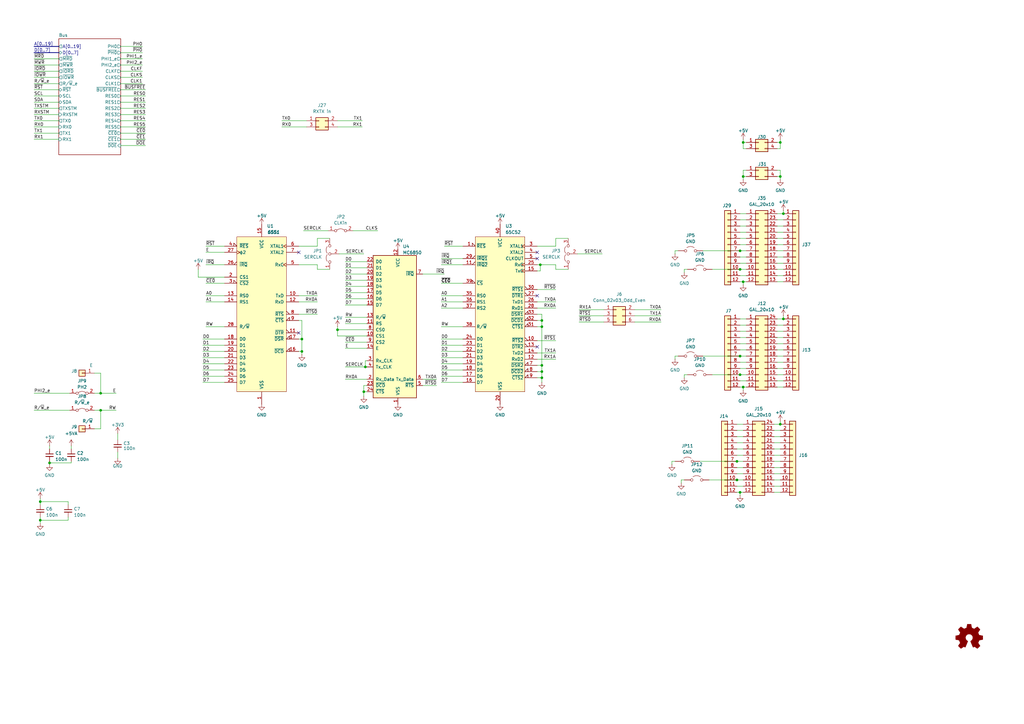
<source format=kicad_sch>
(kicad_sch (version 20231120) (generator "eeschema") (generator_version "8.0")
  (paper "A3")
  (title_block (title "Unicomp v3 - MOS Serial Board") (date "2024-10-05") (rev "v1.0") (company "100% Offner") (comment 1 "v1.0: Initial"))
  (junction (at 302.26 189.23))
  (junction (at 41.275 168.275))
  (junction (at 304.8 72.39))
  (junction (at 16.51 213.36))
  (junction (at 123.825 144.145))
  (junction (at 320.04 58.42))
  (junction (at 222.25 152.4))
  (junction (at 149.225 160.655))
  (junction (at 303.53 110.49))
  (junction (at 41.275 161.29))
  (junction (at 303.53 201.93))
  (junction (at 149.86 150.495))
  (junction (at 303.53 102.87))
  (junction (at 221.615 108.585))
  (junction (at 304.8 158.75))
  (junction (at 222.25 154.94))
  (junction (at 304.8 58.42))
  (junction (at 16.51 205.74))
  (junction (at 138.43 135.255))
  (junction (at 222.25 131.445))
  (junction (at 222.25 149.86))
  (junction (at 123.825 139.065))
  (junction (at 303.53 153.67))
  (junction (at 320.04 72.39))
  (junction (at 321.31 87.63))
  (junction (at 20.32 189.865))
  (junction (at 304.8 115.57))
  (junction (at 303.53 146.05))
  (junction (at 302.26 196.85))
  (junction (at 321.31 130.81))
  (junction (at 320.04 173.99))
  (junction (at 222.25 133.985))
  (no_connect (at 122.555 103.505))
  (no_connect (at 220.345 121.285))
  (no_connect (at 220.345 142.24))
  (no_connect (at 220.345 103.505))
  (no_connect (at 122.555 136.525))
  (no_connect (at 220.345 106.045))
  (wire (pts (xy 320.04 191.77) (xy 317.5 191.77)))
  (wire (pts (xy 292.1 153.67) (xy 303.53 153.67)))
  (wire (pts (xy 303.53 102.87) (xy 306.07 102.87)))
  (wire (pts (xy 141.605 132.715) (xy 150.495 132.715)))
  (wire (pts (xy 303.53 92.71) (xy 306.07 92.71)))
  (wire (pts (xy 13.97 39.37) (xy 24.13 39.37)))
  (wire (pts (xy 227.965 108.585) (xy 227.965 110.49)))
  (wire (pts (xy 13.97 31.75) (xy 24.13 31.75)))
  (wire (pts (xy 149.225 158.115) (xy 150.495 158.115)))
  (wire (pts (xy 320.04 58.42) (xy 320.04 60.96)))
  (wire (pts (xy 304.8 58.42) (xy 306.07 58.42)))
  (wire (pts (xy 233.045 97.79) (xy 227.965 97.79)))
  (wire (pts (xy 321.31 135.89) (xy 318.77 135.89)))
  (wire (pts (xy 13.97 41.91) (xy 24.13 41.91)))
  (wire (pts (xy 141.605 117.475) (xy 150.495 117.475)))
  (wire (pts (xy 321.31 138.43) (xy 318.77 138.43)))
  (wire (pts (xy 303.53 146.05) (xy 306.07 146.05)))
  (wire (pts (xy 135.255 97.79) (xy 130.175 97.79)))
  (wire (pts (xy 237.49 132.08) (xy 247.65 132.08)))
  (wire (pts (xy 150.495 147.955) (xy 149.86 147.955)))
  (wire (pts (xy 222.25 156.845) (xy 222.25 154.94)))
  (wire (pts (xy 49.53 34.29) (xy 58.42 34.29)))
  (wire (pts (xy 83.185 139.065) (xy 92.075 139.065)))
  (wire (pts (xy 276.86 102.87) (xy 278.13 102.87)))
  (wire (pts (xy 83.185 141.605) (xy 92.075 141.605)))
  (wire (pts (xy 303.53 105.41) (xy 306.07 105.41)))
  (wire (pts (xy 144.78 94.615) (xy 154.94 94.615)))
  (wire (pts (xy 130.175 97.79) (xy 130.175 100.965)))
  (wire (pts (xy 302.26 176.53) (xy 304.8 176.53)))
  (wire (pts (xy 83.185 146.685) (xy 92.075 146.685)))
  (wire (pts (xy 122.555 139.065) (xy 123.825 139.065)))
  (wire (pts (xy 321.31 158.75) (xy 318.77 158.75)))
  (wire (pts (xy 20.32 190.5) (xy 20.32 189.865)))
  (wire (pts (xy 280.67 153.67) (xy 281.94 153.67)))
  (wire (pts (xy 222.25 154.94) (xy 220.345 154.94)))
  (wire (pts (xy 20.32 189.865) (xy 29.21 189.865)))
  (wire (pts (xy 180.975 139.065) (xy 189.865 139.065)))
  (wire (pts (xy 304.8 158.75) (xy 306.07 158.75)))
  (wire (pts (xy 320.04 181.61) (xy 317.5 181.61)))
  (wire (pts (xy 141.605 107.315) (xy 150.495 107.315)))
  (wire (pts (xy 321.31 129.54) (xy 321.31 130.81)))
  (wire (pts (xy 138.43 137.795) (xy 150.495 137.795)))
  (wire (pts (xy 303.53 138.43) (xy 306.07 138.43)))
  (wire (pts (xy 275.59 190.5) (xy 275.59 189.23)))
  (wire (pts (xy 320.04 60.96) (xy 318.77 60.96)))
  (wire (pts (xy 41.275 175.895) (xy 41.275 168.275)))
  (wire (pts (xy 303.53 158.75) (xy 304.8 158.75)))
  (wire (pts (xy 141.605 120.015) (xy 150.495 120.015)))
  (wire (pts (xy 302.26 194.31) (xy 304.8 194.31)))
  (wire (pts (xy 320.04 201.93) (xy 317.5 201.93)))
  (wire (pts (xy 122.555 121.285) (xy 130.175 121.285)))
  (wire (pts (xy 321.31 113.03) (xy 318.77 113.03)))
  (wire (pts (xy 304.8 72.39) (xy 304.8 73.66)))
  (wire (pts (xy 49.53 46.99) (xy 59.69 46.99)))
  (wire (pts (xy 303.53 97.79) (xy 306.07 97.79)))
  (wire (pts (xy 303.53 148.59) (xy 306.07 148.59)))
  (wire (pts (xy 321.31 115.57) (xy 318.77 115.57)))
  (wire (pts (xy 303.53 135.89) (xy 306.07 135.89)))
  (wire (pts (xy 84.455 133.985) (xy 92.075 133.985)))
  (wire (pts (xy 13.97 46.99) (xy 24.13 46.99)))
  (wire (pts (xy 49.53 54.61) (xy 59.69 54.61)))
  (wire (pts (xy 321.31 156.21) (xy 318.77 156.21)))
  (wire (pts (xy 122.555 131.445) (xy 123.825 131.445)))
  (wire (pts (xy 122.555 144.145) (xy 123.825 144.145)))
  (wire (pts (xy 13.97 54.61) (xy 24.13 54.61)))
  (wire (pts (xy 13.97 161.29) (xy 28.575 161.29)))
  (wire (pts (xy 130.175 108.585) (xy 130.175 110.49)))
  (wire (pts (xy 227.965 110.49) (xy 233.045 110.49)))
  (wire (pts (xy 320.04 184.15) (xy 317.5 184.15)))
  (wire (pts (xy 180.975 106.045) (xy 189.865 106.045)))
  (wire (pts (xy 303.53 110.49) (xy 306.07 110.49)))
  (wire (pts (xy 303.53 107.95) (xy 306.07 107.95)))
  (wire (pts (xy 27.94 213.36) (xy 16.51 213.36)))
  (wire (pts (xy 304.8 115.57) (xy 306.07 115.57)))
  (wire (pts (xy 180.975 133.985) (xy 189.865 133.985)))
  (wire (pts (xy 141.605 140.335) (xy 150.495 140.335)))
  (wire (pts (xy 141.605 150.495) (xy 149.86 150.495)))
  (wire (pts (xy 180.975 156.845) (xy 189.865 156.845)))
  (wire (pts (xy 141.605 155.575) (xy 150.495 155.575)))
  (wire (pts (xy 220.345 128.905) (xy 222.25 128.905)))
  (wire (pts (xy 173.355 112.395) (xy 182.245 112.395)))
  (wire (pts (xy 49.53 26.67) (xy 58.42 26.67)))
  (wire (pts (xy 304.8 60.96) (xy 306.07 60.96)))
  (wire (pts (xy 49.53 39.37) (xy 59.69 39.37)))
  (wire (pts (xy 220.345 139.7) (xy 227.965 139.7)))
  (wire (pts (xy 180.975 108.585) (xy 189.865 108.585)))
  (wire (pts (xy 320.04 172.72) (xy 320.04 173.99)))
  (wire (pts (xy 180.975 116.205) (xy 189.865 116.205)))
  (wire (pts (xy 149.86 150.495) (xy 150.495 150.495)))
  (wire (pts (xy 279.4 196.85) (xy 280.67 196.85)))
  (wire (pts (xy 180.975 121.285) (xy 189.865 121.285)))
  (wire (pts (xy 303.53 130.81) (xy 306.07 130.81)))
  (wire (pts (xy 180.975 146.685) (xy 189.865 146.685)))
  (wire (pts (xy 320.04 69.85) (xy 320.04 72.39)))
  (wire (pts (xy 292.1 110.49) (xy 303.53 110.49)))
  (wire (pts (xy 149.225 158.115) (xy 149.225 160.655)))
  (wire (pts (xy 303.53 100.33) (xy 306.07 100.33)))
  (wire (pts (xy 320.04 179.07) (xy 317.5 179.07)))
  (wire (pts (xy 141.605 125.095) (xy 150.495 125.095)))
  (wire (pts (xy 290.83 196.85) (xy 302.26 196.85)))
  (wire (pts (xy 115.57 52.07) (xy 125.73 52.07)))
  (wire (pts (xy 180.975 154.305) (xy 189.865 154.305)))
  (wire (pts (xy 320.04 176.53) (xy 317.5 176.53)))
  (wire (pts (xy 83.185 151.765) (xy 92.075 151.765)))
  (wire (pts (xy 221.615 108.585) (xy 227.965 108.585)))
  (wire (pts (xy 303.53 113.03) (xy 306.07 113.03)))
  (wire (pts (xy 227.965 97.79) (xy 227.965 100.965)))
  (wire (pts (xy 115.57 49.53) (xy 125.73 49.53)))
  (wire (pts (xy 288.29 102.87) (xy 303.53 102.87)))
  (wire (pts (xy 180.975 149.225) (xy 189.865 149.225)))
  (wire (pts (xy 321.31 146.05) (xy 318.77 146.05)))
  (wire (pts (xy 321.31 107.95) (xy 318.77 107.95)))
  (wire (pts (xy 321.31 143.51) (xy 318.77 143.51)))
  (wire (pts (xy 321.31 90.17) (xy 318.77 90.17)))
  (wire (pts (xy 138.43 135.255) (xy 138.43 133.985)))
  (wire (pts (xy 275.59 189.23) (xy 276.86 189.23)))
  (wire (pts (xy 84.455 100.965) (xy 92.075 100.965)))
  (wire (pts (xy 304.8 72.39) (xy 306.07 72.39)))
  (wire (pts (xy 13.97 34.29) (xy 24.13 34.29)))
  (wire (pts (xy 41.275 153.035) (xy 41.275 161.29)))
  (wire (pts (xy 303.53 95.25) (xy 306.07 95.25)))
  (wire (pts (xy 141.605 122.555) (xy 150.495 122.555)))
  (wire (pts (xy 321.31 153.67) (xy 318.77 153.67)))
  (wire (pts (xy 49.53 31.75) (xy 58.42 31.75)))
  (wire (pts (xy 303.53 115.57) (xy 304.8 115.57)))
  (wire (pts (xy 321.31 151.13) (xy 318.77 151.13)))
  (wire (pts (xy 49.53 41.91) (xy 59.69 41.91)))
  (bus (pts (xy 24.13 19.05) (xy 13.97 19.05)))
  (wire (pts (xy 84.455 108.585) (xy 92.075 108.585)))
  (wire (pts (xy 222.25 131.445) (xy 222.25 133.985)))
  (wire (pts (xy 16.51 205.74) (xy 16.51 207.01)))
  (wire (pts (xy 84.455 103.505) (xy 92.075 103.505)))
  (wire (pts (xy 122.555 123.825) (xy 130.175 123.825)))
  (wire (pts (xy 13.97 57.15) (xy 24.13 57.15)))
  (wire (pts (xy 303.53 153.67) (xy 306.07 153.67)))
  (wire (pts (xy 321.31 92.71) (xy 318.77 92.71)))
  (wire (pts (xy 49.53 57.15) (xy 59.69 57.15)))
  (wire (pts (xy 141.605 114.935) (xy 150.495 114.935)))
  (wire (pts (xy 320.04 199.39) (xy 317.5 199.39)))
  (wire (pts (xy 38.735 153.035) (xy 41.275 153.035)))
  (wire (pts (xy 302.26 173.99) (xy 304.8 173.99)))
  (wire (pts (xy 41.275 161.29) (xy 38.735 161.29)))
  (wire (pts (xy 220.345 131.445) (xy 222.25 131.445)))
  (wire (pts (xy 280.67 154.94) (xy 280.67 153.67)))
  (wire (pts (xy 236.855 104.14) (xy 247.015 104.14)))
  (wire (pts (xy 222.25 152.4) (xy 222.25 154.94)))
  (wire (pts (xy 302.26 196.85) (xy 304.8 196.85)))
  (wire (pts (xy 321.31 87.63) (xy 318.77 87.63)))
  (wire (pts (xy 321.31 148.59) (xy 318.77 148.59)))
  (wire (pts (xy 49.53 24.13) (xy 58.42 24.13)))
  (wire (pts (xy 122.555 100.965) (xy 130.175 100.965)))
  (wire (pts (xy 302.26 181.61) (xy 304.8 181.61)))
  (wire (pts (xy 27.94 212.09) (xy 27.94 213.36)))
  (wire (pts (xy 303.53 201.93) (xy 304.8 201.93)))
  (wire (pts (xy 182.245 100.965) (xy 189.865 100.965)))
  (wire (pts (xy 16.51 214.63) (xy 16.51 213.36)))
  (wire (pts (xy 320.04 69.85) (xy 318.77 69.85)))
  (wire (pts (xy 302.26 184.15) (xy 304.8 184.15)))
  (wire (pts (xy 84.455 123.825) (xy 92.075 123.825)))
  (wire (pts (xy 148.59 52.07) (xy 138.43 52.07)))
  (wire (pts (xy 49.53 49.53) (xy 59.69 49.53)))
  (wire (pts (xy 220.345 111.125) (xy 221.615 111.125)))
  (wire (pts (xy 303.53 143.51) (xy 306.07 143.51)))
  (wire (pts (xy 84.455 116.205) (xy 92.075 116.205)))
  (wire (pts (xy 16.51 213.36) (xy 16.51 212.09)))
  (wire (pts (xy 220.345 144.78) (xy 227.965 144.78)))
  (wire (pts (xy 13.97 36.83) (xy 24.13 36.83)))
  (wire (pts (xy 13.97 52.07) (xy 24.13 52.07)))
  (wire (pts (xy 49.53 52.07) (xy 59.69 52.07)))
  (wire (pts (xy 303.53 133.35) (xy 306.07 133.35)))
  (wire (pts (xy 321.31 95.25) (xy 318.77 95.25)))
  (wire (pts (xy 122.555 128.905) (xy 130.175 128.905)))
  (wire (pts (xy 220.345 108.585) (xy 221.615 108.585)))
  (wire (pts (xy 303.53 156.21) (xy 306.07 156.21)))
  (wire (pts (xy 303.53 87.63) (xy 306.07 87.63)))
  (wire (pts (xy 27.94 205.74) (xy 27.94 207.01)))
  (wire (pts (xy 149.225 160.655) (xy 150.495 160.655)))
  (wire (pts (xy 180.975 144.145) (xy 189.865 144.145)))
  (wire (pts (xy 148.59 49.53) (xy 138.43 49.53)))
  (wire (pts (xy 173.355 155.575) (xy 179.07 155.575)))
  (wire (pts (xy 260.35 132.08) (xy 271.145 132.08)))
  (wire (pts (xy 29.21 189.23) (xy 29.21 189.865)))
  (wire (pts (xy 222.25 133.985) (xy 220.345 133.985)))
  (wire (pts (xy 83.185 154.305) (xy 92.075 154.305)))
  (wire (pts (xy 320.04 196.85) (xy 317.5 196.85)))
  (wire (pts (xy 220.345 152.4) (xy 222.25 152.4)))
  (wire (pts (xy 321.31 133.35) (xy 318.77 133.35)))
  (wire (pts (xy 302.26 191.77) (xy 304.8 191.77)))
  (wire (pts (xy 222.25 128.905) (xy 222.25 131.445)))
  (wire (pts (xy 279.4 198.12) (xy 279.4 196.85)))
  (wire (pts (xy 134.62 94.615) (xy 124.46 94.615)))
  (wire (pts (xy 49.53 36.83) (xy 59.69 36.83)))
  (wire (pts (xy 141.605 112.395) (xy 150.495 112.395)))
  (wire (pts (xy 123.825 144.145) (xy 123.825 145.415)))
  (wire (pts (xy 38.735 175.895) (xy 41.275 175.895)))
  (wire (pts (xy 49.53 59.69) (xy 59.69 59.69)))
  (wire (pts (xy 280.67 110.49) (xy 281.94 110.49)))
  (wire (pts (xy 320.04 194.31) (xy 317.5 194.31)))
  (wire (pts (xy 13.97 29.21) (xy 24.13 29.21)))
  (wire (pts (xy 41.275 168.275) (xy 38.735 168.275)))
  (wire (pts (xy 220.345 149.86) (xy 222.25 149.86)))
  (wire (pts (xy 304.8 160.02) (xy 304.8 158.75)))
  (wire (pts (xy 149.86 147.955) (xy 149.86 150.495)))
  (wire (pts (xy 173.355 158.115) (xy 179.07 158.115)))
  (wire (pts (xy 139.065 104.14) (xy 149.225 104.14)))
  (wire (pts (xy 48.26 185.42) (xy 48.26 187.96)))
  (wire (pts (xy 13.97 44.45) (xy 24.13 44.45)))
  (wire (pts (xy 304.8 116.84) (xy 304.8 115.57)))
  (wire (pts (xy 321.31 105.41) (xy 318.77 105.41)))
  (wire (pts (xy 41.275 161.29) (xy 47.625 161.29)))
  (wire (pts (xy 302.26 179.07) (xy 304.8 179.07)))
  (wire (pts (xy 138.43 137.795) (xy 138.43 135.255)))
  (wire (pts (xy 49.53 19.05) (xy 58.42 19.05)))
  (wire (pts (xy 130.175 110.49) (xy 135.255 110.49)))
  (wire (pts (xy 260.35 127) (xy 271.145 127)))
  (wire (pts (xy 320.04 189.23) (xy 317.5 189.23)))
  (wire (pts (xy 49.53 21.59) (xy 58.42 21.59)))
  (wire (pts (xy 180.975 151.765) (xy 189.865 151.765)))
  (wire (pts (xy 13.97 24.13) (xy 24.13 24.13)))
  (wire (pts (xy 122.555 108.585) (xy 130.175 108.585)))
  (wire (pts (xy 123.825 131.445) (xy 123.825 139.065)))
  (wire (pts (xy 320.04 173.99) (xy 317.5 173.99)))
  (wire (pts (xy 13.97 26.67) (xy 24.13 26.67)))
  (wire (pts (xy 141.605 109.855) (xy 150.495 109.855)))
  (wire (pts (xy 276.86 104.14) (xy 276.86 102.87)))
  (wire (pts (xy 321.31 102.87) (xy 318.77 102.87)))
  (wire (pts (xy 276.86 146.05) (xy 278.13 146.05)))
  (wire (pts (xy 320.04 72.39) (xy 320.04 73.66)))
  (wire (pts (xy 220.345 147.32) (xy 227.965 147.32)))
  (wire (pts (xy 302.26 189.23) (xy 304.8 189.23)))
  (wire (pts (xy 141.605 130.175) (xy 150.495 130.175)))
  (wire (pts (xy 276.86 147.32) (xy 276.86 146.05)))
  (wire (pts (xy 49.53 44.45) (xy 59.69 44.45)))
  (wire (pts (xy 320.04 57.15) (xy 320.04 58.42)))
  (wire (pts (xy 220.345 123.825) (xy 227.965 123.825)))
  (wire (pts (xy 81.28 113.665) (xy 81.28 110.49)))
  (wire (pts (xy 123.825 139.065) (xy 123.825 144.145)))
  (wire (pts (xy 288.29 146.05) (xy 303.53 146.05)))
  (wire (pts (xy 81.28 113.665) (xy 92.075 113.665)))
  (wire (pts (xy 302.26 199.39) (xy 304.8 199.39)))
  (wire (pts (xy 138.43 135.255) (xy 150.495 135.255)))
  (wire (pts (xy 83.185 149.225) (xy 92.075 149.225)))
  (wire (pts (xy 180.975 126.365) (xy 189.865 126.365)))
  (wire (pts (xy 320.04 186.69) (xy 317.5 186.69)))
  (wire (pts (xy 222.25 149.86) (xy 222.25 152.4)))
  (wire (pts (xy 302.26 186.69) (xy 304.8 186.69)))
  (wire (pts (xy 49.53 29.21) (xy 58.42 29.21)))
  (wire (pts (xy 321.31 97.79) (xy 318.77 97.79)))
  (wire (pts (xy 84.455 121.285) (xy 92.075 121.285)))
  (wire (pts (xy 20.32 182.88) (xy 20.32 184.15)))
  (wire (pts (xy 287.02 189.23) (xy 302.26 189.23)))
  (wire (pts (xy 16.51 205.74) (xy 27.94 205.74)))
  (wire (pts (xy 221.615 111.125) (xy 221.615 108.585)))
  (wire (pts (xy 222.25 133.985) (xy 222.25 149.86)))
  (wire (pts (xy 180.975 123.825) (xy 189.865 123.825)))
  (wire (pts (xy 303.53 203.2) (xy 303.53 201.93)))
  (wire (pts (xy 247.65 127) (xy 237.49 127)))
  (wire (pts (xy 149.225 160.655) (xy 149.225 162.56)))
  (wire (pts (xy 320.04 72.39) (xy 318.77 72.39)))
  (wire (pts (xy 48.26 177.8) (xy 48.26 180.34)))
  (wire (pts (xy 13.97 49.53) (xy 24.13 49.53)))
  (wire (pts (xy 260.35 129.54) (xy 271.145 129.54)))
  (wire (pts (xy 321.31 130.81) (xy 318.77 130.81)))
  (bus (pts (xy 24.13 21.59) (xy 13.97 21.59)))
  (wire (pts (xy 280.67 111.76) (xy 280.67 110.49)))
  (wire (pts (xy 304.8 57.15) (xy 304.8 58.42)))
  (wire (pts (xy 321.31 100.33) (xy 318.77 100.33)))
  (wire (pts (xy 220.345 100.965) (xy 227.965 100.965)))
  (wire (pts (xy 83.185 156.845) (xy 92.075 156.845)))
  (wire (pts (xy 141.605 142.875) (xy 150.495 142.875)))
  (wire (pts (xy 303.53 140.97) (xy 306.07 140.97)))
  (wire (pts (xy 13.97 168.275) (xy 28.575 168.275)))
  (wire (pts (xy 20.32 189.865) (xy 20.32 189.23)))
  (wire (pts (xy 304.8 69.85) (xy 306.07 69.85)))
  (wire (pts (xy 321.31 86.36) (xy 321.31 87.63)))
  (wire (pts (xy 321.31 140.97) (xy 318.77 140.97)))
  (wire (pts (xy 320.04 58.42) (xy 318.77 58.42)))
  (wire (pts (xy 16.51 204.47) (xy 16.51 205.74)))
  (wire (pts (xy 220.345 118.745) (xy 227.965 118.745)))
  (wire (pts (xy 304.8 69.85) (xy 304.8 72.39)))
  (wire (pts (xy 29.21 182.88) (xy 29.21 184.15)))
  (wire (pts (xy 220.345 126.365) (xy 227.965 126.365)))
  (wire (pts (xy 304.8 58.42) (xy 304.8 60.96)))
  (wire (pts (xy 303.53 151.13) (xy 306.07 151.13)))
  (wire (pts (xy 303.53 90.17) (xy 306.07 90.17)))
  (wire (pts (xy 41.275 168.275) (xy 47.625 168.275)))
  (wire (pts (xy 180.975 141.605) (xy 189.865 141.605)))
  (wire (pts (xy 237.49 129.54) (xy 247.65 129.54)))
  (wire (pts (xy 302.26 201.93) (xy 303.53 201.93)))
  (wire (pts (xy 321.31 110.49) (xy 318.77 110.49)))
  (wire (pts (xy 83.185 144.145) (xy 92.075 144.145)))
  (label "~{RST}" (at 84.455 100.965 0))
  (label "~{IOWR}" (at 13.97 31.75 0))
  (label "TX0A" (at 179.07 155.575 180))
  (label "SDA" (at 13.97 41.91 0))
  (label "D0" (at 141.605 107.315 0))
  (label "SERCLK" (at 247.015 104.14 180))
  (label "RES3" (at 59.69 46.99 180))
  (label "RX1A" (at 237.49 127 0))
  (label "D0" (at 180.975 139.065 0))
  (label "TX0A" (at 130.175 121.285 180))
  (label "D5" (at 141.605 120.015 0))
  (label "~{IRQ}" (at 84.455 108.585 0))
  (label "RX0A" (at 271.145 132.08 180))
  (label "A1" (at 180.975 123.825 0))
  (label "PHI2_e" (at 58.42 26.67 180))
  (label "~{RTS0}" (at 227.965 118.745 180))
  (label "TX0" (at 13.97 49.53 0))
  (label "~{CE0}" (at 180.975 116.205 0))
  (label "D0" (at 83.185 139.065 0))
  (label "~{RTS0}" (at 179.07 158.115 180))
  (label "RW" (at 180.975 133.985 0))
  (label "PH0" (at 58.42 19.05 180))
  (label "~{CE0}" (at 141.605 140.335 0))
  (label "TXSTM" (at 13.97 44.45 0))
  (label "~{RTS1}" (at 227.965 139.7 180))
  (label "D3" (at 180.975 146.685 0))
  (label "D3" (at 83.185 146.685 0))
  (label "D2" (at 180.975 144.145 0))
  (label "~{CE0}" (at 180.975 116.205 0))
  (label "CLKS" (at 58.42 31.75 180))
  (label "CLKS" (at 154.94 94.615 180))
  (label "D4" (at 141.605 117.475 0))
  (label "TX1" (at 13.97 54.61 0))
  (label "RX1" (at 13.97 57.15 0))
  (label "RW" (at 141.605 130.175 0))
  (label "D6" (at 180.975 154.305 0))
  (label "E" (at 84.455 103.505 0))
  (label "~{RST}" (at 13.97 36.83 0))
  (label "R{slash}~{W}_e" (at 13.97 34.29 0))
  (label "~{PH0}" (at 58.42 21.59 180))
  (label "CLKF" (at 58.42 29.21 180))
  (label "D6" (at 141.605 122.555 0))
  (label "RX0A" (at 130.175 123.825 180))
  (label "~{IORD}" (at 13.97 29.21 0))
  (label "RW" (at 84.455 133.985 0))
  (label "RW" (at 47.625 168.275 180))
  (label "~{IRQ}" (at 180.975 106.045 0))
  (label "RX0" (at 115.57 52.07 0))
  (label "D5" (at 180.975 151.765 0))
  (label "D1" (at 83.185 141.605 0))
  (label "D7" (at 180.975 156.845 0))
  (label "D3" (at 141.605 114.935 0))
  (label "TX0" (at 115.57 49.53 0))
  (label "~{IRQ1}" (at 180.975 108.585 0))
  (label "~{CE0}" (at 59.69 54.61 180))
  (label "R{slash}~{W}_e" (at 13.97 168.275 0))
  (label "TX1A" (at 271.145 129.54 180))
  (label "SCL" (at 13.97 39.37 0))
  (label "TX0A" (at 271.145 127 180))
  (label "RES0" (at 59.69 39.37 180))
  (label "CLK1" (at 58.42 34.29 180))
  (label "D1" (at 141.605 109.855 0))
  (label "PHI2_e" (at 13.97 161.29 0))
  (label "A0" (at 84.455 121.285 0))
  (label "RX0A" (at 227.965 126.365 180))
  (label "A0" (at 180.975 121.285 0))
  (label "TX1" (at 148.59 49.53 180))
  (label "D[0..7]" (at 13.97 21.59 0))
  (label "~{MWR}" (at 13.97 26.67 0))
  (label "RXSTM" (at 13.97 46.99 0))
  (label "~{CE1}" (at 59.69 57.15 180))
  (label "~{IRQ}" (at 182.245 112.395 180))
  (label "TX1A" (at 227.965 144.78 180))
  (label "TX0A" (at 227.965 123.825 180))
  (label "D6" (at 83.185 154.305 0))
  (label "RX0A" (at 141.605 155.575 0))
  (label "A0" (at 141.605 132.715 0))
  (label "SERCLK" (at 124.46 94.615 0))
  (label "A1" (at 84.455 123.825 0))
  (label "D2" (at 141.605 112.395 0))
  (label "~{BUSFREE}" (at 59.69 36.83 180))
  (label "E" (at 47.625 161.29 180))
  (label "D2" (at 83.185 144.145 0))
  (label "D1" (at 180.975 141.605 0))
  (label "~{CE0}" (at 84.455 116.205 0))
  (label "RX1A" (at 227.965 147.32 180))
  (label "A[0..19]" (at 13.97 19.05 0))
  (label "~{MRD}" (at 13.97 24.13 0))
  (label "D4" (at 180.975 149.225 0))
  (label "~{RST}" (at 182.245 100.965 0))
  (label "~{DOE}" (at 59.69 59.69 180))
  (label "RES5" (at 59.69 52.07 180))
  (label "RX1" (at 148.59 52.07 180))
  (label "RX0" (at 13.97 52.07 0))
  (label "RES4" (at 59.69 49.53 180))
  (label "RES1" (at 59.69 41.91 180))
  (label "SERCLK" (at 141.605 150.495 0))
  (label "~{CE0}" (at 180.975 116.205 0))
  (label "~{RTS0}" (at 237.49 132.08 0))
  (label "~{RTS0}" (at 130.175 128.905 180))
  (label "D7" (at 141.605 125.095 0))
  (label "SERCLK" (at 149.225 104.14 180))
  (label "A2" (at 180.975 126.365 0))
  (label "D7" (at 83.185 156.845 0))
  (label "D5" (at 83.185 151.765 0))
  (label "~{RTS1}" (at 237.49 129.54 0))
  (label "RES2" (at 59.69 44.45 180))
  (label "D4" (at 83.185 149.225 0))
  (label "PHI1_e" (at 58.42 24.13 180))
  (label "E" (at 141.605 142.875 0))
  (symbol (lib_id "power:+5V") (at 163.195 102.235 0) (unit 1)
    (property "Reference" "#PWR023" (effects (hide yes)))
    (property "Value" "+5V" (at 163.195 98.6592 0))
  )
  (symbol (lib_id "Connector_Generic:Conn_02x12_Counter_Clockwise") (at 311.15 143.51 0) (unit 1)
    (property "Reference" "J12" (at 312.42 124.46 0))
    (property "Value" "GAL_20x10" (at 312.42 127 0))
    (property "Footprint" "Package_DIP:DIP-24_W7.62mm" (effects (hide yes)))
    (property "Description" "Generic connector, double row, 02x12, counter clockwise pin numbering scheme (similar to DIP package numbering), script generated (kicad-library-utils/schlib/autogen/connector/)" (effects (hide yes)))
  )
  (symbol (lib_name "Jumper_2_Open_1") (lib_id "Jumper:Jumper_2_Open") (at 283.21 102.87 0) (unit 1) (exclude_from_sim yes)
    (property "Reference" "JP5" (at 283.21 96.52 0))
    (property "Value" "GND" (at 283.21 99.06 0))
    (property "Footprint" "Jumper:SolderJumper-2_P1.3mm_Open_RoundedPad1.0x1.5mm" (effects (hide yes)))
    (property "Description" "Jumper, 2-pole, open" (effects (hide yes)))
  )
  (symbol (lib_id "power:GND") (at 280.67 154.94 0) (mirror y) (unit 1)
    (property "Reference" "#PWR030" (effects (hide yes)))
    (property "Value" "GND" (at 280.67 159.3834 0))
  )
  (symbol (lib_id "Connector_Generic:Conn_01x12") (at 297.18 186.69 0) (mirror y) (unit 1)
    (property "Reference" "J14" (at 298.704 170.688 0) (effects (justify left)))
    (property "Value" "Conn_01x12" (effects (hide yes)))
    (property "Footprint" "Connector_PinSocket_2.54mm:PinSocket_1x12_P2.54mm_Vertical" (effects (hide yes)))
    (property "Description" "Generic connector, single row, 01x12, script generated (kicad-library-utils/schlib/autogen/connector/)" (effects (hide yes)))
  )
  (symbol (lib_id "Jumper:Jumper_2_Bridged") (at 139.7 94.615 0) (unit 1)
    (property "Reference" "JP2" (at 139.7 88.9 0))
    (property "Value" "CLKin" (at 139.7 91.44 0))
    (property "Footprint" "Jumper:SolderJumper-2_P1.3mm_Bridged_RoundedPad1.0x1.5mm" (effects (hide yes)))
  )
  (symbol (lib_id "Connector_Generic:Conn_01x12") (at 325.12 186.69 0) (unit 1)
    (property "Reference" "J16" (at 327.66 186.6899 0) (effects (justify left)))
    (property "Value" "Conn_01x12" (effects (hide yes)))
    (property "Footprint" "Connector_PinSocket_2.54mm:PinSocket_1x12_P2.54mm_Vertical" (effects (hide yes)))
    (property "Description" "Generic connector, single row, 01x12, script generated (kicad-library-utils/schlib/autogen/connector/)" (effects (hide yes)))
  )
  (symbol (lib_id "Jumper:Jumper_2_Bridged") (at 33.655 168.275 0) (unit 1)
    (property "Reference" "JP8" (at 33.655 162.56 0))
    (property "Value" "R/~{W}_e" (at 33.655 165.1 0))
    (property "Footprint" "Jumper:SolderJumper-2_P1.3mm_Bridged_RoundedPad1.0x1.5mm" (effects (hide yes)))
  )
  (symbol (lib_id "power:GND") (at 163.195 165.735 0) (unit 1)
    (property "Reference" "#PWR026" (effects (hide yes)))
    (property "Value" "GND" (at 163.195 170.1784 0))
  )
  (symbol (lib_id "65xx:6551") (at 107.315 128.905 0) (unit 1)
    (property "Reference" "U1" (at 109.5091 92.71 0) (effects (justify left)))
    (property "Value" "6551" (at 109.5091 95.25 0) (effects (font (bold yes) (italic yes)) (justify left)))
    (property "Footprint" "Package_DIP:DIP-28_W15.24mm_LongPads" (effects (hide yes)))
    (property "Datasheet" "http://www.6502.org/documents/datasheets/mos/mos_6551_acia.pdf" (effects (hide yes)))
  )
  (symbol (lib_id "Connector_Generic:Conn_01x01") (at 33.655 153.035 0) (mirror y) (unit 1)
    (property "Reference" "J8" (at 31.623 152.2003 0) (effects (justify left)))
    (property "Value" "E" (at 38.1 149.86 0) (effects (justify left)))
    (property "Footprint" "Connector_PinHeader_2.00mm:PinHeader_1x01_P2.00mm_Vertical" (effects (hide yes)))
  )
  (symbol (lib_id "power:+3V3") (at 48.26 177.8 0) (unit 1)
    (property "Reference" "#PWR08" (effects (hide yes)))
    (property "Value" "+3V3" (at 48.26 174.2242 0))
    (property "Description" "Power symbol creates a global label with name \"+3V3\"" (effects (hide yes)))
  )
  (symbol (lib_id "Device:C_Small") (at 29.21 186.69 0) (unit 1)
    (property "Reference" "C2" (at 31.5341 185.8616 0) (effects (justify left)))
    (property "Value" "100n" (at 31.5341 188.3985 0) (effects (justify left)))
    (property "Footprint" "Capacitor_SMD:C_1206_3216Metric" (effects (hide yes)))
    (property "Description" "Unpolarized capacitor, small symbol" (effects (hide yes)))
  )
  (symbol (lib_id "power:GND") (at 320.04 73.66 0) (unit 1)
    (property "Reference" "#PWR039" (effects (hide yes)))
    (property "Value" "GND" (at 320.04 78.1034 0))
  )
  (symbol (lib_id "Connector_Generic:Conn_01x12") (at 298.45 100.33 0) (mirror y) (unit 1)
    (property "Reference" "J29" (at 299.974 84.328 0) (effects (justify left)))
    (property "Value" "Conn_01x12" (effects (hide yes)))
    (property "Footprint" "Connector_PinSocket_2.54mm:PinSocket_1x12_P2.54mm_Vertical" (effects (hide yes)))
    (property "Description" "Generic connector, single row, 01x12, script generated (kicad-library-utils/schlib/autogen/connector/)" (effects (hide yes)))
  )
  (symbol (lib_id "power:GND") (at 123.825 145.415 0) (unit 1)
    (property "Reference" "#PWR017" (effects (hide yes)))
    (property "Value" "GND" (at 123.825 149.8584 0))
  )
  (symbol (lib_id "power:GND") (at 303.53 203.2 0) (unit 1)
    (property "Reference" "#PWR043" (effects (hide yes)))
    (property "Value" "GND" (at 303.53 207.6434 0))
  )
  (symbol (lib_id "power:GND") (at 149.225 162.56 0) (unit 1)
    (property "Reference" "#PWR022" (effects (hide yes)))
    (property "Value" "GND" (at 149.225 167.0034 0))
  )
  (symbol (lib_id "Connector_Generic:Conn_01x12") (at 326.39 100.33 0) (unit 1)
    (property "Reference" "J37" (at 328.93 100.3299 0) (effects (justify left)))
    (property "Value" "Conn_01x12" (effects (hide yes)))
    (property "Footprint" "Connector_PinSocket_2.54mm:PinSocket_1x12_P2.54mm_Vertical" (effects (hide yes)))
    (property "Description" "Generic connector, single row, 01x12, script generated (kicad-library-utils/schlib/autogen/connector/)" (effects (hide yes)))
  )
  (symbol (lib_id "power:GND") (at 107.315 165.735 0) (unit 1)
    (property "Reference" "#PWR016" (effects (hide yes)))
    (property "Value" "GND" (at 107.315 170.1784 0))
  )
  (symbol (lib_id "power:GND") (at 304.8 73.66 0) (unit 1)
    (property "Reference" "#PWR040" (effects (hide yes)))
    (property "Value" "GND" (at 304.8 78.1034 0))
  )
  (symbol (lib_id "65xx:65C52") (at 205.105 128.905 0) (unit 1)
    (property "Reference" "U3" (at 207.2991 92.71 0) (effects (justify left)))
    (property "Value" "65C52" (at 207.2991 95.25 0) (effects (justify left)))
    (property "Footprint" "Package_DIP:DIP-40_W15.24mm_Socket_LongPads" (effects (hide yes)))
  )
  (symbol (lib_id "power:GND") (at 276.86 147.32 0) (mirror y) (unit 1)
    (property "Reference" "#PWR020" (effects (hide yes)))
    (property "Value" "GND" (at 276.86 151.7634 0))
  )
  (symbol (lib_id "power:GND") (at 304.8 116.84 0) (unit 1)
    (property "Reference" "#PWR042" (effects (hide yes)))
    (property "Value" "GND" (at 304.8 121.2834 0))
  )
  (symbol (lib_id "power:+5V") (at 304.8 57.15 0) (unit 1)
    (property "Reference" "#PWR037" (effects (hide yes)))
    (property "Value" "+5V" (at 304.8 53.5742 0))
  )
  (symbol (lib_id "Interface_UART:MC6850") (at 163.195 135.255 0) (unit 1)
    (property "Reference" "U4" (at 165.2144 101.0752 0) (effects (justify left)))
    (property "Value" "MC6850" (at 165.2144 103.6121 0) (effects (justify left)))
    (property "Footprint" "Package_DIP:DIP-24_W15.24mm_LongPads" (effects (hide yes)))
    (property "Datasheet" "http://pdf.datasheetcatalog.com/datasheet/motorola/MC6850.pdf" (effects (hide yes)))
  )
  (symbol (lib_id "power:+5V") (at 138.43 133.985 0) (unit 1)
    (property "Reference" "#PWR021" (effects (hide yes)))
    (property "Value" "+5V" (at 138.43 130.4092 0))
  )
  (symbol (lib_id "power:+5V") (at 205.105 92.075 0) (unit 1)
    (property "Reference" "#PWR027" (effects (hide yes)))
    (property "Value" "+5V" (at 205.105 88.4992 0))
  )
  (symbol (lib_id "power:GND") (at 304.8 160.02 0) (unit 1)
    (property "Reference" "#PWR033" (effects (hide yes)))
    (property "Value" "GND" (at 304.8 164.4634 0))
  )
  (symbol (lib_id "Device:C_Small") (at 16.51 209.55 0) (unit 1)
    (property "Reference" "C6" (at 18.8341 208.7216 0) (effects (justify left)))
    (property "Value" "100n" (at 18.8341 211.2585 0) (effects (justify left)))
    (property "Footprint" "Capacitor_SMD:C_1206_3216Metric" (effects (hide yes)))
  )
  (symbol (lib_id "power:GND") (at 275.59 190.5 0) (mirror y) (unit 1)
    (property "Reference" "#PWR035" (effects (hide yes)))
    (property "Value" "GND" (at 275.59 194.9434 0))
  )
  (symbol (lib_id "Jumper:Jumper_2_Bridged") (at 33.655 161.29 0) (unit 1)
    (property "Reference" "JP9" (at 33.655 156.21 0))
    (property "Value" "PH2" (at 33.655 158.75 0))
    (property "Footprint" "Jumper:SolderJumper-2_P1.3mm_Bridged_RoundedPad1.0x1.5mm" (effects (hide yes)))
  )
  (symbol (lib_id "power:GND") (at 16.51 214.63 0) (unit 1)
    (property "Reference" "#PWR013" (effects (hide yes)))
    (property "Value" "GND" (at 16.51 219.0734 0))
  )
  (symbol (lib_id "power:+5V") (at 320.04 57.15 0) (mirror y) (unit 1)
    (property "Reference" "#PWR038" (effects (hide yes)))
    (property "Value" "+5V" (at 320.04 53.5742 0))
  )
  (symbol (lib_id "power:GND") (at 20.32 190.5 0) (unit 1)
    (property "Reference" "#PWR03" (effects (hide yes)))
    (property "Value" "GND" (at 20.32 194.9434 0))
    (property "Description" "Power symbol creates a global label with name \"GND\" , ground" (effects (hide yes)))
  )
  (symbol (lib_id "Connector_Generic:Conn_02x12_Counter_Clockwise") (at 311.15 100.33 0) (unit 1)
    (property "Reference" "J35" (at 312.42 81.28 0))
    (property "Value" "GAL_20x10" (at 312.42 83.82 0))
    (property "Footprint" "Package_DIP:DIP-24_W7.62mm" (effects (hide yes)))
    (property "Description" "Generic connector, double row, 02x12, counter clockwise pin numbering scheme (similar to DIP package numbering), script generated (kicad-library-utils/schlib/autogen/connector/)" (effects (hide yes)))
  )
  (symbol (lib_id "power:+5V") (at 107.315 92.075 0) (unit 1)
    (property "Reference" "#PWR015" (effects (hide yes)))
    (property "Value" "+5V" (at 107.315 88.4992 0))
  )
  (symbol (lib_id "Connector_Generic:Conn_01x12") (at 298.45 143.51 0) (mirror y) (unit 1)
    (property "Reference" "J7" (at 299.974 127.508 0) (effects (justify left)))
    (property "Value" "Conn_01x12" (effects (hide yes)))
    (property "Footprint" "Connector_PinSocket_2.54mm:PinSocket_1x12_P2.54mm_Vertical" (effects (hide yes)))
    (property "Description" "Generic connector, single row, 01x12, script generated (kicad-library-utils/schlib/autogen/connector/)" (effects (hide yes)))
  )
  (symbol (lib_id "power:GND") (at 280.67 111.76 0) (mirror y) (unit 1)
    (property "Reference" "#PWR019" (effects (hide yes)))
    (property "Value" "GND" (at 280.67 116.2034 0))
  )
  (symbol (lib_id "power:GND") (at 48.26 187.96 0) (unit 1)
    (property "Reference" "#PWR09" (effects (hide yes)))
    (property "Value" "GND" (at 48.26 191.135 0))
    (property "Description" "Power symbol creates a global label with name \"GND\" , ground" (effects (hide yes)))
  )
  (symbol (lib_name "Jumper_2_Open_1") (lib_id "Jumper:Jumper_2_Open") (at 287.02 110.49 0) (unit 1) (exclude_from_sim yes)
    (property "Reference" "JP6" (at 287.02 104.14 0))
    (property "Value" "GND" (at 287.02 106.68 0))
    (property "Footprint" "Jumper:SolderJumper-2_P1.3mm_Open_RoundedPad1.0x1.5mm" (effects (hide yes)))
    (property "Description" "Jumper, 2-pole, open" (effects (hide yes)))
  )
  (symbol (lib_id "Connector_Generic:Conn_01x12") (at 326.39 143.51 0) (unit 1)
    (property "Reference" "J13" (at 328.93 143.5099 0) (effects (justify left)))
    (property "Value" "Conn_01x12" (effects (hide yes)))
    (property "Footprint" "Connector_PinSocket_2.54mm:PinSocket_1x12_P2.54mm_Vertical" (effects (hide yes)))
    (property "Description" "Generic connector, single row, 01x12, script generated (kicad-library-utils/schlib/autogen/connector/)" (effects (hide yes)))
  )
  (symbol (lib_id "Connector_Generic:Conn_02x02_Odd_Even") (at 311.15 69.85 0) (unit 1)
    (property "Reference" "J31" (at 312.674 67.31 0))
    (property "Value" "Conn_02x02_Odd_Even" (effects (hide yes)))
    (property "Footprint" "Connector_PinSocket_2.54mm:PinSocket_2x02_P2.54mm_Vertical" (effects (hide yes)))
    (property "Description" "Generic connector, double row, 02x02, odd/even pin numbering scheme (row 1 odd numbers, row 2 even numbers), script generated (kicad-library-utils/schlib/autogen/connector/)" (effects (hide yes)))
  )
  (symbol (lib_name "Jumper_2_Open_1") (lib_id "Jumper:Jumper_2_Open") (at 285.75 196.85 0) (unit 1) (exclude_from_sim yes)
    (property "Reference" "JP12" (at 285.75 190.5 0))
    (property "Value" "GND" (at 285.75 193.04 0))
    (property "Footprint" "Jumper:SolderJumper-2_P1.3mm_Open_RoundedPad1.0x1.5mm" (effects (hide yes)))
    (property "Description" "Jumper, 2-pole, open" (effects (hide yes)))
  )
  (symbol (lib_id "Connector_Generic:Conn_02x02_Odd_Even") (at 130.81 49.53 0) (unit 1)
    (property "Reference" "J27" (at 132.08 43.18 0))
    (property "Value" "RXTX in" (at 132.08 45.72 0))
    (property "Footprint" "Connector_PinSocket_2.54mm:PinSocket_2x02_P2.54mm_Vertical" (effects (hide yes)))
    (property "Description" "Generic connector, double row, 02x02, odd/even pin numbering scheme (row 1 odd numbers, row 2 even numbers), script generated (kicad-library-utils/schlib/autogen/connector/)" (effects (hide yes)))
  )
  (symbol (lib_id "Jumper:Jumper_3_Open") (at 135.255 104.14 90) (unit 1)
    (property "Reference" "JP1" (at 132.08 102.8699 90) (effects (justify left)))
    (property "Value" "SERCLK" (at 132.08 105.4099 90) (effects (justify left)))
    (property "Footprint" "Connector_PinHeader_2.54mm:PinHeader_1x03_P2.54mm_Vertical" (effects (hide yes)))
  )
  (symbol (lib_id "power:+5V") (at 81.28 110.49 0) (unit 1)
    (property "Reference" "#PWR014" (effects (hide yes)))
    (property "Value" "+5V" (at 81.28 106.9142 0))
  )
  (symbol (lib_name "Jumper_2_Open_1") (lib_id "Jumper:Jumper_2_Open") (at 287.02 153.67 0) (unit 1) (exclude_from_sim yes)
    (property "Reference" "JP10" (at 287.02 147.32 0))
    (property "Value" "GND" (at 287.02 149.86 0))
    (property "Footprint" "Jumper:SolderJumper-2_P1.3mm_Open_RoundedPad1.0x1.5mm" (effects (hide yes)))
    (property "Description" "Jumper, 2-pole, open" (effects (hide yes)))
  )
  (symbol (lib_id "Connector_Generic:Conn_02x02_Odd_Even") (at 311.15 58.42 0) (unit 1)
    (property "Reference" "J30" (at 312.42 56.134 0))
    (property "Value" "Conn_02x02_Odd_Even" (effects (hide yes)))
    (property "Footprint" "Connector_PinSocket_2.54mm:PinSocket_2x02_P2.54mm_Vertical" (effects (hide yes)))
    (property "Description" "Generic connector, double row, 02x02, odd/even pin numbering scheme (row 1 odd numbers, row 2 even numbers), script generated (kicad-library-utils/schlib/autogen/connector/)" (effects (hide yes)))
  )
  (symbol (lib_id "power:+5V") (at 321.31 86.36 0) (unit 1)
    (property "Reference" "#PWR041" (effects (hide yes)))
    (property "Value" "+5V" (at 321.31 82.7842 0))
  )
  (symbol (lib_id "Connector_Generic:Conn_02x12_Counter_Clockwise") (at 309.88 186.69 0) (unit 1)
    (property "Reference" "J15" (at 311.15 167.64 0))
    (property "Value" "GAL_20x10" (at 311.15 170.18 0))
    (property "Footprint" "Package_DIP:DIP-24_W7.62mm" (effects (hide yes)))
    (property "Description" "Generic connector, double row, 02x12, counter clockwise pin numbering scheme (similar to DIP package numbering), script generated (kicad-library-utils/schlib/autogen/connector/)" (effects (hide yes)))
  )
  (symbol (lib_id "power:GND") (at 276.86 104.14 0) (mirror y) (unit 1)
    (property "Reference" "#PWR018" (effects (hide yes)))
    (property "Value" "GND" (at 276.86 108.5834 0))
  )
  (symbol (lib_id "power:+5V") (at 320.04 172.72 0) (unit 1)
    (property "Reference" "#PWR044" (effects (hide yes)))
    (property "Value" "+5V" (at 320.04 169.1442 0))
  )
  (symbol (lib_id "power:+5V") (at 16.51 204.47 0) (unit 1)
    (property "Reference" "#PWR012" (effects (hide yes)))
    (property "Value" "+5V" (at 16.51 200.8942 0))
  )
  (symbol (lib_id "power:+5VA") (at 29.21 182.88 0) (unit 1)
    (property "Reference" "#PWR0121" (effects (hide yes)))
    (property "Value" "+5VA" (at 29.21 177.8 0))
    (property "Description" "Power symbol creates a global label with name \"+5VA\"" (effects (hide yes)))
  )
  (symbol (lib_id "Device:C_Small") (at 20.32 186.69 0) (unit 1)
    (property "Reference" "C1" (at 22.6441 185.8616 0) (effects (justify left)))
    (property "Value" "100n" (at 22.6441 188.3985 0) (effects (justify left)))
    (property "Footprint" "Capacitor_SMD:C_1206_3216Metric" (effects (hide yes)))
    (property "Description" "Unpolarized capacitor, small symbol" (effects (hide yes)))
  )
  (symbol (lib_id "Graphic:Logo_Open_Hardware_Small") (at 397.51 261.62 0) (unit 1) (exclude_from_sim yes) (in_bom no) (on_board no)
    (property "Reference" "#SYM1" (effects (hide yes)))
    (property "Value" "Logo_Open_Hardware_Small" (effects (hide yes)))
    (property "Description" "Open Hardware logo, small" (effects (hide yes)))
  )
  (symbol (lib_id "Connector_Generic:Conn_02x03_Odd_Even") (at 252.73 129.54 0) (unit 1)
    (property "Reference" "J6" (at 254 120.65 0))
    (property "Value" "Conn_02x03_Odd_Even" (at 254 123.19 0))
    (property "Footprint" "Connector_PinSocket_2.54mm:PinSocket_2x03_P2.54mm_Vertical" (effects (hide yes)))
    (property "Description" "Generic connector, double row, 02x03, odd/even pin numbering scheme (row 1 odd numbers, row 2 even numbers), script generated (kicad-library-utils/schlib/autogen/connector/)" (effects (hide yes)))
  )
  (symbol (lib_id "power:GND") (at 279.4 198.12 0) (mirror y) (unit 1)
    (property "Reference" "#PWR036" (effects (hide yes)))
    (property "Value" "GND" (at 279.4 202.5634 0))
  )
  (symbol (lib_id "power:+5V") (at 20.32 182.88 0) (unit 1)
    (property "Reference" "#PWR02" (effects (hide yes)))
    (property "Value" "+5V" (at 20.32 179.3042 0))
    (property "Description" "Power symbol creates a global label with name \"+5V\"" (effects (hide yes)))
  )
  (symbol (lib_id "Jumper:Jumper_3_Open") (at 233.045 104.14 90) (unit 1)
    (property "Reference" "JP3" (at 229.87 102.8699 90) (effects (justify left)))
    (property "Value" "SERCLK" (at 229.87 105.4099 90) (effects (justify left)))
    (property "Footprint" "Connector_PinHeader_2.54mm:PinHeader_1x03_P2.54mm_Vertical" (effects (hide yes)))
  )
  (symbol (lib_name "Jumper_2_Open_1") (lib_id "Jumper:Jumper_2_Open") (at 281.94 189.23 0) (unit 1) (exclude_from_sim yes)
    (property "Reference" "JP11" (at 281.94 182.88 0))
    (property "Value" "GND" (at 281.94 185.42 0))
    (property "Footprint" "Jumper:SolderJumper-2_P1.3mm_Open_RoundedPad1.0x1.5mm" (effects (hide yes)))
    (property "Description" "Jumper, 2-pole, open" (effects (hide yes)))
  )
  (symbol (lib_id "Device:C_Small") (at 27.94 209.55 0) (unit 1)
    (property "Reference" "C7" (at 30.2641 208.7216 0) (effects (justify left)))
    (property "Value" "100n" (at 30.2641 211.2585 0) (effects (justify left)))
    (property "Footprint" "Capacitor_SMD:C_1206_3216Metric" (effects (hide yes)))
  )
  (symbol (lib_id "power:GND") (at 222.25 156.845 0) (unit 1)
    (property "Reference" "#PWR029" (effects (hide yes)))
    (property "Value" "GND" (at 222.25 161.2884 0))
  )
  (symbol (lib_id "Connector_Generic:Conn_01x01") (at 33.655 175.895 0) (mirror y) (unit 1)
    (property "Reference" "J9" (at 31.623 175.0603 0) (effects (justify left)))
    (property "Value" "R/~{W}" (at 38.1 172.72 0) (effects (justify left)))
    (property "Footprint" "Connector_PinHeader_2.00mm:PinHeader_1x01_P2.00mm_Vertical" (effects (hide yes)))
  )
  (symbol (lib_name "Jumper_2_Open_1") (lib_id "Jumper:Jumper_2_Open") (at 283.21 146.05 0) (unit 1) (exclude_from_sim yes)
    (property "Reference" "JP7" (at 283.21 139.7 0))
    (property "Value" "GND" (at 283.21 142.24 0))
    (property "Footprint" "Jumper:SolderJumper-2_P1.3mm_Open_RoundedPad1.0x1.5mm" (effects (hide yes)))
    (property "Description" "Jumper, 2-pole, open" (effects (hide yes)))
  )
  (symbol (lib_id "Device:C_Small") (at 48.26 182.88 0) (unit 1)
    (property "Reference" "C3" (at 50.5841 181.8623 0) (effects (justify left)))
    (property "Value" "100n" (at 50.5841 183.9103 0) (effects (justify left)))
    (property "Footprint" "Capacitor_SMD:C_1206_3216Metric" (effects (hide yes)))
    (property "Description" "Unpolarized capacitor, small symbol" (effects (hide yes)))
  )
  (symbol (lib_id "power:+5V") (at 321.31 129.54 0) (unit 1)
    (property "Reference" "#PWR034" (effects (hide yes)))
    (property "Value" "+5V" (at 321.31 125.9642 0))
  )
  (symbol (lib_id "power:GND") (at 205.105 165.735 0) (unit 1)
    (property "Reference" "#PWR028" (effects (hide yes)))
    (property "Value" "GND" (at 205.105 170.1784 0))
  )
  (sheet (at 24.13 15.875) (size 25.4 47.625) (stroke (width 0.1524))
    (property "Sheetname" "Bus" (at 24.13 15.1634 0) (effects (justify left bottom)))
    (property "Sheetfile" "bus.kicad_sch" (effects (hide yes)))
    (pin "D[0..7]" bidirectional (at 24.13 21.59 180))
    (pin "TXSTM" output (at 24.13 44.45 180))
    (pin "RXSTM" input (at 24.13 46.99 180))
    (pin "~{MRD}" output (at 24.13 24.13 180))
    (pin "~{IORD}" output (at 24.13 29.21 180))
    (pin "~{IOWR}" output (at 24.13 31.75 180))
    (pin "R{slash}~{W}_e" output (at 24.13 34.29 180))
    (pin "~{MWR}" output (at 24.13 26.67 180))
    (pin "~{RST}" bidirectional (at 24.13 36.83 180))
    (pin "PH0" output (at 49.53 19.05 0))
    (pin "CLKS" output (at 49.53 31.75 0))
    (pin "~{PH0}" output (at 49.53 21.59 0))
    (pin "CLKF" output (at 49.53 29.21 0))
    (pin "PHI1_e" output (at 49.53 24.13 0))
    (pin "PHI2_e" output (at 49.53 26.67 0))
    (pin "~{BUSFREE}" output (at 49.53 36.83 0))
    (pin "SCL" bidirectional (at 24.13 39.37 180))
    (pin "SDA" bidirectional (at 24.13 41.91 180))
    (pin "RES5" output (at 49.53 52.07 0))
    (pin "RES1" output (at 49.53 41.91 0))
    (pin "RES3" output (at 49.53 46.99 0))
    (pin "RX1" input (at 24.13 57.15 180))
    (pin "RX0" input (at 24.13 52.07 180))
    (pin "TX0" output (at 24.13 49.53 180))
    (pin "TX1" output (at 24.13 54.61 180))
    (pin "RES4" output (at 49.53 49.53 0))
    (pin "RES2" output (at 49.53 44.45 0))
    (pin "RES0" output (at 49.53 39.37 0))
    (pin "CLK1" output (at 49.53 34.29 0))
    (pin "A[0..19]" output (at 24.13 19.05 180))
    (pin "~{DOE}" input (at 49.53 59.69 0))
    (pin "~{CE0}" output (at 49.53 54.61 0))
    (pin "~{CE1}" output (at 49.53 57.15 0))
  )
)
</source>
